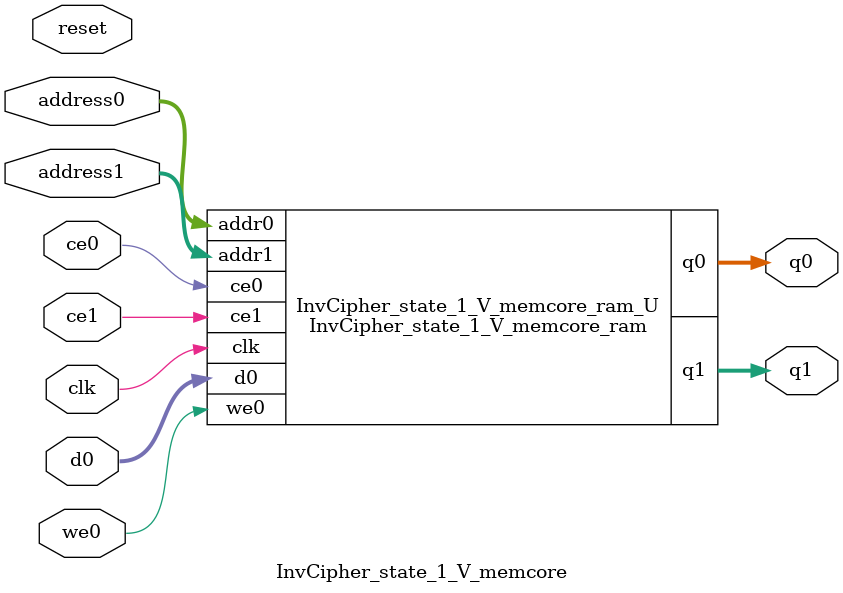
<source format=v>
`timescale 1 ns / 1 ps
module InvCipher_state_1_V_memcore_ram (addr0, ce0, d0, we0, q0, addr1, ce1, q1,  clk);

parameter DWIDTH = 8;
parameter AWIDTH = 4;
parameter MEM_SIZE = 16;

input[AWIDTH-1:0] addr0;
input ce0;
input[DWIDTH-1:0] d0;
input we0;
output reg[DWIDTH-1:0] q0;
input[AWIDTH-1:0] addr1;
input ce1;
output reg[DWIDTH-1:0] q1;
input clk;

(* ram_style = "distributed" *)reg [DWIDTH-1:0] ram[0:MEM_SIZE-1];




always @(posedge clk)  
begin 
    if (ce0) 
    begin
        if (we0) 
        begin 
            ram[addr0] <= d0; 
        end 
        q0 <= ram[addr0];
    end
end


always @(posedge clk)  
begin 
    if (ce1) 
    begin
        q1 <= ram[addr1];
    end
end


endmodule

`timescale 1 ns / 1 ps
module InvCipher_state_1_V_memcore(
    reset,
    clk,
    address0,
    ce0,
    we0,
    d0,
    q0,
    address1,
    ce1,
    q1);

parameter DataWidth = 32'd8;
parameter AddressRange = 32'd16;
parameter AddressWidth = 32'd4;
input reset;
input clk;
input[AddressWidth - 1:0] address0;
input ce0;
input we0;
input[DataWidth - 1:0] d0;
output[DataWidth - 1:0] q0;
input[AddressWidth - 1:0] address1;
input ce1;
output[DataWidth - 1:0] q1;



InvCipher_state_1_V_memcore_ram InvCipher_state_1_V_memcore_ram_U(
    .clk( clk ),
    .addr0( address0 ),
    .ce0( ce0 ),
    .we0( we0 ),
    .d0( d0 ),
    .q0( q0 ),
    .addr1( address1 ),
    .ce1( ce1 ),
    .q1( q1 ));

endmodule


</source>
